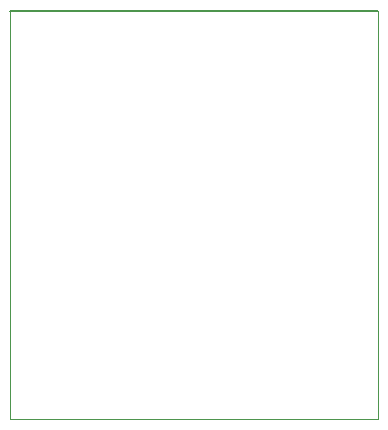
<source format=gbr>
%TF.GenerationSoftware,KiCad,Pcbnew,(5.1.9)-1*%
%TF.CreationDate,2021-04-28T15:15:37+02:00*%
%TF.ProjectId,OpenThermMonitorTwomes,4f70656e-5468-4657-926d-4d6f6e69746f,rev?*%
%TF.SameCoordinates,Original*%
%TF.FileFunction,Profile,NP*%
%FSLAX46Y46*%
G04 Gerber Fmt 4.6, Leading zero omitted, Abs format (unit mm)*
G04 Created by KiCad (PCBNEW (5.1.9)-1) date 2021-04-28 15:15:37*
%MOMM*%
%LPD*%
G01*
G04 APERTURE LIST*
%TA.AperFunction,Profile*%
%ADD10C,0.150000*%
%TD*%
%TA.AperFunction,Profile*%
%ADD11C,0.100000*%
%TD*%
G04 APERTURE END LIST*
D10*
X123317000Y-83566000D02*
X154432000Y-83566000D01*
D11*
X154432000Y-83566000D02*
X154432000Y-118110000D01*
X123317000Y-118110000D02*
X123317000Y-83566000D01*
X154432000Y-118110000D02*
X123317000Y-118110000D01*
M02*

</source>
